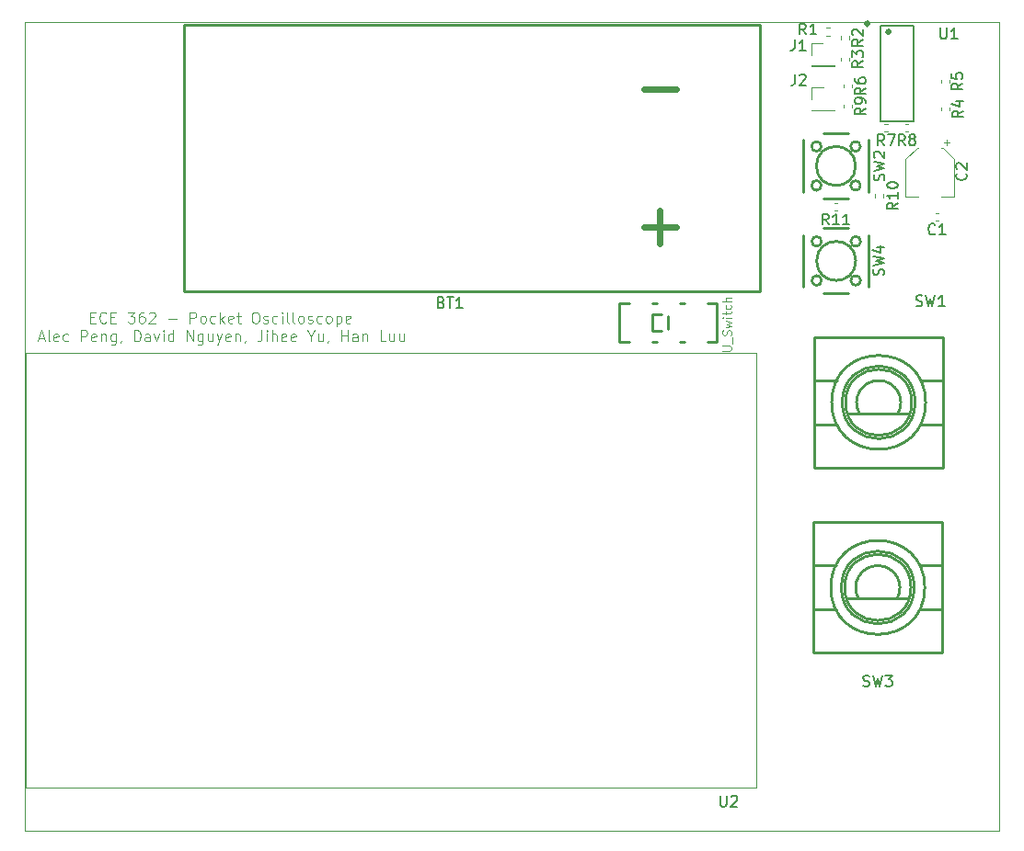
<source format=gbr>
%TF.GenerationSoftware,KiCad,Pcbnew,9.0.0*%
%TF.CreationDate,2025-11-19T14:43:49-05:00*%
%TF.ProjectId,ECE_362_final_proj,4543455f-3336-4325-9f66-696e616c5f70,rev?*%
%TF.SameCoordinates,Original*%
%TF.FileFunction,Legend,Top*%
%TF.FilePolarity,Positive*%
%FSLAX46Y46*%
G04 Gerber Fmt 4.6, Leading zero omitted, Abs format (unit mm)*
G04 Created by KiCad (PCBNEW 9.0.0) date 2025-11-19 14:43:49*
%MOMM*%
%LPD*%
G01*
G04 APERTURE LIST*
%ADD10C,0.050000*%
%ADD11C,0.100000*%
%ADD12C,0.150000*%
%ADD13C,0.254000*%
%ADD14C,0.120000*%
%ADD15C,0.600000*%
%ADD16C,0.152500*%
%ADD17C,0.300000*%
G04 APERTURE END LIST*
D10*
X-59454000Y446600D02*
X30236000Y446600D01*
X30236000Y-74007000D01*
X-59454000Y-74007000D01*
X-59454000Y446600D01*
D11*
X-53435115Y-26735609D02*
X-53101782Y-26735609D01*
X-52958925Y-27259419D02*
X-53435115Y-27259419D01*
X-53435115Y-27259419D02*
X-53435115Y-26259419D01*
X-53435115Y-26259419D02*
X-52958925Y-26259419D01*
X-51958925Y-27164180D02*
X-52006544Y-27211800D01*
X-52006544Y-27211800D02*
X-52149401Y-27259419D01*
X-52149401Y-27259419D02*
X-52244639Y-27259419D01*
X-52244639Y-27259419D02*
X-52387496Y-27211800D01*
X-52387496Y-27211800D02*
X-52482734Y-27116561D01*
X-52482734Y-27116561D02*
X-52530353Y-27021323D01*
X-52530353Y-27021323D02*
X-52577972Y-26830847D01*
X-52577972Y-26830847D02*
X-52577972Y-26687990D01*
X-52577972Y-26687990D02*
X-52530353Y-26497514D01*
X-52530353Y-26497514D02*
X-52482734Y-26402276D01*
X-52482734Y-26402276D02*
X-52387496Y-26307038D01*
X-52387496Y-26307038D02*
X-52244639Y-26259419D01*
X-52244639Y-26259419D02*
X-52149401Y-26259419D01*
X-52149401Y-26259419D02*
X-52006544Y-26307038D01*
X-52006544Y-26307038D02*
X-51958925Y-26354657D01*
X-51530353Y-26735609D02*
X-51197020Y-26735609D01*
X-51054163Y-27259419D02*
X-51530353Y-27259419D01*
X-51530353Y-27259419D02*
X-51530353Y-26259419D01*
X-51530353Y-26259419D02*
X-51054163Y-26259419D01*
X-49958924Y-26259419D02*
X-49339877Y-26259419D01*
X-49339877Y-26259419D02*
X-49673210Y-26640371D01*
X-49673210Y-26640371D02*
X-49530353Y-26640371D01*
X-49530353Y-26640371D02*
X-49435115Y-26687990D01*
X-49435115Y-26687990D02*
X-49387496Y-26735609D01*
X-49387496Y-26735609D02*
X-49339877Y-26830847D01*
X-49339877Y-26830847D02*
X-49339877Y-27068942D01*
X-49339877Y-27068942D02*
X-49387496Y-27164180D01*
X-49387496Y-27164180D02*
X-49435115Y-27211800D01*
X-49435115Y-27211800D02*
X-49530353Y-27259419D01*
X-49530353Y-27259419D02*
X-49816067Y-27259419D01*
X-49816067Y-27259419D02*
X-49911305Y-27211800D01*
X-49911305Y-27211800D02*
X-49958924Y-27164180D01*
X-48482734Y-26259419D02*
X-48673210Y-26259419D01*
X-48673210Y-26259419D02*
X-48768448Y-26307038D01*
X-48768448Y-26307038D02*
X-48816067Y-26354657D01*
X-48816067Y-26354657D02*
X-48911305Y-26497514D01*
X-48911305Y-26497514D02*
X-48958924Y-26687990D01*
X-48958924Y-26687990D02*
X-48958924Y-27068942D01*
X-48958924Y-27068942D02*
X-48911305Y-27164180D01*
X-48911305Y-27164180D02*
X-48863686Y-27211800D01*
X-48863686Y-27211800D02*
X-48768448Y-27259419D01*
X-48768448Y-27259419D02*
X-48577972Y-27259419D01*
X-48577972Y-27259419D02*
X-48482734Y-27211800D01*
X-48482734Y-27211800D02*
X-48435115Y-27164180D01*
X-48435115Y-27164180D02*
X-48387496Y-27068942D01*
X-48387496Y-27068942D02*
X-48387496Y-26830847D01*
X-48387496Y-26830847D02*
X-48435115Y-26735609D01*
X-48435115Y-26735609D02*
X-48482734Y-26687990D01*
X-48482734Y-26687990D02*
X-48577972Y-26640371D01*
X-48577972Y-26640371D02*
X-48768448Y-26640371D01*
X-48768448Y-26640371D02*
X-48863686Y-26687990D01*
X-48863686Y-26687990D02*
X-48911305Y-26735609D01*
X-48911305Y-26735609D02*
X-48958924Y-26830847D01*
X-48006543Y-26354657D02*
X-47958924Y-26307038D01*
X-47958924Y-26307038D02*
X-47863686Y-26259419D01*
X-47863686Y-26259419D02*
X-47625591Y-26259419D01*
X-47625591Y-26259419D02*
X-47530353Y-26307038D01*
X-47530353Y-26307038D02*
X-47482734Y-26354657D01*
X-47482734Y-26354657D02*
X-47435115Y-26449895D01*
X-47435115Y-26449895D02*
X-47435115Y-26545133D01*
X-47435115Y-26545133D02*
X-47482734Y-26687990D01*
X-47482734Y-26687990D02*
X-48054162Y-27259419D01*
X-48054162Y-27259419D02*
X-47435115Y-27259419D01*
X-46244638Y-26878466D02*
X-45482734Y-26878466D01*
X-44244638Y-27259419D02*
X-44244638Y-26259419D01*
X-44244638Y-26259419D02*
X-43863686Y-26259419D01*
X-43863686Y-26259419D02*
X-43768448Y-26307038D01*
X-43768448Y-26307038D02*
X-43720829Y-26354657D01*
X-43720829Y-26354657D02*
X-43673210Y-26449895D01*
X-43673210Y-26449895D02*
X-43673210Y-26592752D01*
X-43673210Y-26592752D02*
X-43720829Y-26687990D01*
X-43720829Y-26687990D02*
X-43768448Y-26735609D01*
X-43768448Y-26735609D02*
X-43863686Y-26783228D01*
X-43863686Y-26783228D02*
X-44244638Y-26783228D01*
X-43101781Y-27259419D02*
X-43197019Y-27211800D01*
X-43197019Y-27211800D02*
X-43244638Y-27164180D01*
X-43244638Y-27164180D02*
X-43292257Y-27068942D01*
X-43292257Y-27068942D02*
X-43292257Y-26783228D01*
X-43292257Y-26783228D02*
X-43244638Y-26687990D01*
X-43244638Y-26687990D02*
X-43197019Y-26640371D01*
X-43197019Y-26640371D02*
X-43101781Y-26592752D01*
X-43101781Y-26592752D02*
X-42958924Y-26592752D01*
X-42958924Y-26592752D02*
X-42863686Y-26640371D01*
X-42863686Y-26640371D02*
X-42816067Y-26687990D01*
X-42816067Y-26687990D02*
X-42768448Y-26783228D01*
X-42768448Y-26783228D02*
X-42768448Y-27068942D01*
X-42768448Y-27068942D02*
X-42816067Y-27164180D01*
X-42816067Y-27164180D02*
X-42863686Y-27211800D01*
X-42863686Y-27211800D02*
X-42958924Y-27259419D01*
X-42958924Y-27259419D02*
X-43101781Y-27259419D01*
X-41911305Y-27211800D02*
X-42006543Y-27259419D01*
X-42006543Y-27259419D02*
X-42197019Y-27259419D01*
X-42197019Y-27259419D02*
X-42292257Y-27211800D01*
X-42292257Y-27211800D02*
X-42339876Y-27164180D01*
X-42339876Y-27164180D02*
X-42387495Y-27068942D01*
X-42387495Y-27068942D02*
X-42387495Y-26783228D01*
X-42387495Y-26783228D02*
X-42339876Y-26687990D01*
X-42339876Y-26687990D02*
X-42292257Y-26640371D01*
X-42292257Y-26640371D02*
X-42197019Y-26592752D01*
X-42197019Y-26592752D02*
X-42006543Y-26592752D01*
X-42006543Y-26592752D02*
X-41911305Y-26640371D01*
X-41482733Y-27259419D02*
X-41482733Y-26259419D01*
X-41387495Y-26878466D02*
X-41101781Y-27259419D01*
X-41101781Y-26592752D02*
X-41482733Y-26973704D01*
X-40292257Y-27211800D02*
X-40387495Y-27259419D01*
X-40387495Y-27259419D02*
X-40577971Y-27259419D01*
X-40577971Y-27259419D02*
X-40673209Y-27211800D01*
X-40673209Y-27211800D02*
X-40720828Y-27116561D01*
X-40720828Y-27116561D02*
X-40720828Y-26735609D01*
X-40720828Y-26735609D02*
X-40673209Y-26640371D01*
X-40673209Y-26640371D02*
X-40577971Y-26592752D01*
X-40577971Y-26592752D02*
X-40387495Y-26592752D01*
X-40387495Y-26592752D02*
X-40292257Y-26640371D01*
X-40292257Y-26640371D02*
X-40244638Y-26735609D01*
X-40244638Y-26735609D02*
X-40244638Y-26830847D01*
X-40244638Y-26830847D02*
X-40720828Y-26926085D01*
X-39958923Y-26592752D02*
X-39577971Y-26592752D01*
X-39816066Y-26259419D02*
X-39816066Y-27116561D01*
X-39816066Y-27116561D02*
X-39768447Y-27211800D01*
X-39768447Y-27211800D02*
X-39673209Y-27259419D01*
X-39673209Y-27259419D02*
X-39577971Y-27259419D01*
X-38292256Y-26259419D02*
X-38101780Y-26259419D01*
X-38101780Y-26259419D02*
X-38006542Y-26307038D01*
X-38006542Y-26307038D02*
X-37911304Y-26402276D01*
X-37911304Y-26402276D02*
X-37863685Y-26592752D01*
X-37863685Y-26592752D02*
X-37863685Y-26926085D01*
X-37863685Y-26926085D02*
X-37911304Y-27116561D01*
X-37911304Y-27116561D02*
X-38006542Y-27211800D01*
X-38006542Y-27211800D02*
X-38101780Y-27259419D01*
X-38101780Y-27259419D02*
X-38292256Y-27259419D01*
X-38292256Y-27259419D02*
X-38387494Y-27211800D01*
X-38387494Y-27211800D02*
X-38482732Y-27116561D01*
X-38482732Y-27116561D02*
X-38530351Y-26926085D01*
X-38530351Y-26926085D02*
X-38530351Y-26592752D01*
X-38530351Y-26592752D02*
X-38482732Y-26402276D01*
X-38482732Y-26402276D02*
X-38387494Y-26307038D01*
X-38387494Y-26307038D02*
X-38292256Y-26259419D01*
X-37482732Y-27211800D02*
X-37387494Y-27259419D01*
X-37387494Y-27259419D02*
X-37197018Y-27259419D01*
X-37197018Y-27259419D02*
X-37101780Y-27211800D01*
X-37101780Y-27211800D02*
X-37054161Y-27116561D01*
X-37054161Y-27116561D02*
X-37054161Y-27068942D01*
X-37054161Y-27068942D02*
X-37101780Y-26973704D01*
X-37101780Y-26973704D02*
X-37197018Y-26926085D01*
X-37197018Y-26926085D02*
X-37339875Y-26926085D01*
X-37339875Y-26926085D02*
X-37435113Y-26878466D01*
X-37435113Y-26878466D02*
X-37482732Y-26783228D01*
X-37482732Y-26783228D02*
X-37482732Y-26735609D01*
X-37482732Y-26735609D02*
X-37435113Y-26640371D01*
X-37435113Y-26640371D02*
X-37339875Y-26592752D01*
X-37339875Y-26592752D02*
X-37197018Y-26592752D01*
X-37197018Y-26592752D02*
X-37101780Y-26640371D01*
X-36197018Y-27211800D02*
X-36292256Y-27259419D01*
X-36292256Y-27259419D02*
X-36482732Y-27259419D01*
X-36482732Y-27259419D02*
X-36577970Y-27211800D01*
X-36577970Y-27211800D02*
X-36625589Y-27164180D01*
X-36625589Y-27164180D02*
X-36673208Y-27068942D01*
X-36673208Y-27068942D02*
X-36673208Y-26783228D01*
X-36673208Y-26783228D02*
X-36625589Y-26687990D01*
X-36625589Y-26687990D02*
X-36577970Y-26640371D01*
X-36577970Y-26640371D02*
X-36482732Y-26592752D01*
X-36482732Y-26592752D02*
X-36292256Y-26592752D01*
X-36292256Y-26592752D02*
X-36197018Y-26640371D01*
X-35768446Y-27259419D02*
X-35768446Y-26592752D01*
X-35768446Y-26259419D02*
X-35816065Y-26307038D01*
X-35816065Y-26307038D02*
X-35768446Y-26354657D01*
X-35768446Y-26354657D02*
X-35720827Y-26307038D01*
X-35720827Y-26307038D02*
X-35768446Y-26259419D01*
X-35768446Y-26259419D02*
X-35768446Y-26354657D01*
X-35149399Y-27259419D02*
X-35244637Y-27211800D01*
X-35244637Y-27211800D02*
X-35292256Y-27116561D01*
X-35292256Y-27116561D02*
X-35292256Y-26259419D01*
X-34625589Y-27259419D02*
X-34720827Y-27211800D01*
X-34720827Y-27211800D02*
X-34768446Y-27116561D01*
X-34768446Y-27116561D02*
X-34768446Y-26259419D01*
X-34101779Y-27259419D02*
X-34197017Y-27211800D01*
X-34197017Y-27211800D02*
X-34244636Y-27164180D01*
X-34244636Y-27164180D02*
X-34292255Y-27068942D01*
X-34292255Y-27068942D02*
X-34292255Y-26783228D01*
X-34292255Y-26783228D02*
X-34244636Y-26687990D01*
X-34244636Y-26687990D02*
X-34197017Y-26640371D01*
X-34197017Y-26640371D02*
X-34101779Y-26592752D01*
X-34101779Y-26592752D02*
X-33958922Y-26592752D01*
X-33958922Y-26592752D02*
X-33863684Y-26640371D01*
X-33863684Y-26640371D02*
X-33816065Y-26687990D01*
X-33816065Y-26687990D02*
X-33768446Y-26783228D01*
X-33768446Y-26783228D02*
X-33768446Y-27068942D01*
X-33768446Y-27068942D02*
X-33816065Y-27164180D01*
X-33816065Y-27164180D02*
X-33863684Y-27211800D01*
X-33863684Y-27211800D02*
X-33958922Y-27259419D01*
X-33958922Y-27259419D02*
X-34101779Y-27259419D01*
X-33387493Y-27211800D02*
X-33292255Y-27259419D01*
X-33292255Y-27259419D02*
X-33101779Y-27259419D01*
X-33101779Y-27259419D02*
X-33006541Y-27211800D01*
X-33006541Y-27211800D02*
X-32958922Y-27116561D01*
X-32958922Y-27116561D02*
X-32958922Y-27068942D01*
X-32958922Y-27068942D02*
X-33006541Y-26973704D01*
X-33006541Y-26973704D02*
X-33101779Y-26926085D01*
X-33101779Y-26926085D02*
X-33244636Y-26926085D01*
X-33244636Y-26926085D02*
X-33339874Y-26878466D01*
X-33339874Y-26878466D02*
X-33387493Y-26783228D01*
X-33387493Y-26783228D02*
X-33387493Y-26735609D01*
X-33387493Y-26735609D02*
X-33339874Y-26640371D01*
X-33339874Y-26640371D02*
X-33244636Y-26592752D01*
X-33244636Y-26592752D02*
X-33101779Y-26592752D01*
X-33101779Y-26592752D02*
X-33006541Y-26640371D01*
X-32101779Y-27211800D02*
X-32197017Y-27259419D01*
X-32197017Y-27259419D02*
X-32387493Y-27259419D01*
X-32387493Y-27259419D02*
X-32482731Y-27211800D01*
X-32482731Y-27211800D02*
X-32530350Y-27164180D01*
X-32530350Y-27164180D02*
X-32577969Y-27068942D01*
X-32577969Y-27068942D02*
X-32577969Y-26783228D01*
X-32577969Y-26783228D02*
X-32530350Y-26687990D01*
X-32530350Y-26687990D02*
X-32482731Y-26640371D01*
X-32482731Y-26640371D02*
X-32387493Y-26592752D01*
X-32387493Y-26592752D02*
X-32197017Y-26592752D01*
X-32197017Y-26592752D02*
X-32101779Y-26640371D01*
X-31530350Y-27259419D02*
X-31625588Y-27211800D01*
X-31625588Y-27211800D02*
X-31673207Y-27164180D01*
X-31673207Y-27164180D02*
X-31720826Y-27068942D01*
X-31720826Y-27068942D02*
X-31720826Y-26783228D01*
X-31720826Y-26783228D02*
X-31673207Y-26687990D01*
X-31673207Y-26687990D02*
X-31625588Y-26640371D01*
X-31625588Y-26640371D02*
X-31530350Y-26592752D01*
X-31530350Y-26592752D02*
X-31387493Y-26592752D01*
X-31387493Y-26592752D02*
X-31292255Y-26640371D01*
X-31292255Y-26640371D02*
X-31244636Y-26687990D01*
X-31244636Y-26687990D02*
X-31197017Y-26783228D01*
X-31197017Y-26783228D02*
X-31197017Y-27068942D01*
X-31197017Y-27068942D02*
X-31244636Y-27164180D01*
X-31244636Y-27164180D02*
X-31292255Y-27211800D01*
X-31292255Y-27211800D02*
X-31387493Y-27259419D01*
X-31387493Y-27259419D02*
X-31530350Y-27259419D01*
X-30768445Y-26592752D02*
X-30768445Y-27592752D01*
X-30768445Y-26640371D02*
X-30673207Y-26592752D01*
X-30673207Y-26592752D02*
X-30482731Y-26592752D01*
X-30482731Y-26592752D02*
X-30387493Y-26640371D01*
X-30387493Y-26640371D02*
X-30339874Y-26687990D01*
X-30339874Y-26687990D02*
X-30292255Y-26783228D01*
X-30292255Y-26783228D02*
X-30292255Y-27068942D01*
X-30292255Y-27068942D02*
X-30339874Y-27164180D01*
X-30339874Y-27164180D02*
X-30387493Y-27211800D01*
X-30387493Y-27211800D02*
X-30482731Y-27259419D01*
X-30482731Y-27259419D02*
X-30673207Y-27259419D01*
X-30673207Y-27259419D02*
X-30768445Y-27211800D01*
X-29482731Y-27211800D02*
X-29577969Y-27259419D01*
X-29577969Y-27259419D02*
X-29768445Y-27259419D01*
X-29768445Y-27259419D02*
X-29863683Y-27211800D01*
X-29863683Y-27211800D02*
X-29911302Y-27116561D01*
X-29911302Y-27116561D02*
X-29911302Y-26735609D01*
X-29911302Y-26735609D02*
X-29863683Y-26640371D01*
X-29863683Y-26640371D02*
X-29768445Y-26592752D01*
X-29768445Y-26592752D02*
X-29577969Y-26592752D01*
X-29577969Y-26592752D02*
X-29482731Y-26640371D01*
X-29482731Y-26640371D02*
X-29435112Y-26735609D01*
X-29435112Y-26735609D02*
X-29435112Y-26830847D01*
X-29435112Y-26830847D02*
X-29911302Y-26926085D01*
X-58162734Y-28643704D02*
X-57686544Y-28643704D01*
X-58257972Y-28929419D02*
X-57924639Y-27929419D01*
X-57924639Y-27929419D02*
X-57591306Y-28929419D01*
X-57115115Y-28929419D02*
X-57210353Y-28881800D01*
X-57210353Y-28881800D02*
X-57257972Y-28786561D01*
X-57257972Y-28786561D02*
X-57257972Y-27929419D01*
X-56353210Y-28881800D02*
X-56448448Y-28929419D01*
X-56448448Y-28929419D02*
X-56638924Y-28929419D01*
X-56638924Y-28929419D02*
X-56734162Y-28881800D01*
X-56734162Y-28881800D02*
X-56781781Y-28786561D01*
X-56781781Y-28786561D02*
X-56781781Y-28405609D01*
X-56781781Y-28405609D02*
X-56734162Y-28310371D01*
X-56734162Y-28310371D02*
X-56638924Y-28262752D01*
X-56638924Y-28262752D02*
X-56448448Y-28262752D01*
X-56448448Y-28262752D02*
X-56353210Y-28310371D01*
X-56353210Y-28310371D02*
X-56305591Y-28405609D01*
X-56305591Y-28405609D02*
X-56305591Y-28500847D01*
X-56305591Y-28500847D02*
X-56781781Y-28596085D01*
X-55448448Y-28881800D02*
X-55543686Y-28929419D01*
X-55543686Y-28929419D02*
X-55734162Y-28929419D01*
X-55734162Y-28929419D02*
X-55829400Y-28881800D01*
X-55829400Y-28881800D02*
X-55877019Y-28834180D01*
X-55877019Y-28834180D02*
X-55924638Y-28738942D01*
X-55924638Y-28738942D02*
X-55924638Y-28453228D01*
X-55924638Y-28453228D02*
X-55877019Y-28357990D01*
X-55877019Y-28357990D02*
X-55829400Y-28310371D01*
X-55829400Y-28310371D02*
X-55734162Y-28262752D01*
X-55734162Y-28262752D02*
X-55543686Y-28262752D01*
X-55543686Y-28262752D02*
X-55448448Y-28310371D01*
X-54257971Y-28929419D02*
X-54257971Y-27929419D01*
X-54257971Y-27929419D02*
X-53877019Y-27929419D01*
X-53877019Y-27929419D02*
X-53781781Y-27977038D01*
X-53781781Y-27977038D02*
X-53734162Y-28024657D01*
X-53734162Y-28024657D02*
X-53686543Y-28119895D01*
X-53686543Y-28119895D02*
X-53686543Y-28262752D01*
X-53686543Y-28262752D02*
X-53734162Y-28357990D01*
X-53734162Y-28357990D02*
X-53781781Y-28405609D01*
X-53781781Y-28405609D02*
X-53877019Y-28453228D01*
X-53877019Y-28453228D02*
X-54257971Y-28453228D01*
X-52877019Y-28881800D02*
X-52972257Y-28929419D01*
X-52972257Y-28929419D02*
X-53162733Y-28929419D01*
X-53162733Y-28929419D02*
X-53257971Y-28881800D01*
X-53257971Y-28881800D02*
X-53305590Y-28786561D01*
X-53305590Y-28786561D02*
X-53305590Y-28405609D01*
X-53305590Y-28405609D02*
X-53257971Y-28310371D01*
X-53257971Y-28310371D02*
X-53162733Y-28262752D01*
X-53162733Y-28262752D02*
X-52972257Y-28262752D01*
X-52972257Y-28262752D02*
X-52877019Y-28310371D01*
X-52877019Y-28310371D02*
X-52829400Y-28405609D01*
X-52829400Y-28405609D02*
X-52829400Y-28500847D01*
X-52829400Y-28500847D02*
X-53305590Y-28596085D01*
X-52400828Y-28262752D02*
X-52400828Y-28929419D01*
X-52400828Y-28357990D02*
X-52353209Y-28310371D01*
X-52353209Y-28310371D02*
X-52257971Y-28262752D01*
X-52257971Y-28262752D02*
X-52115114Y-28262752D01*
X-52115114Y-28262752D02*
X-52019876Y-28310371D01*
X-52019876Y-28310371D02*
X-51972257Y-28405609D01*
X-51972257Y-28405609D02*
X-51972257Y-28929419D01*
X-51067495Y-28262752D02*
X-51067495Y-29072276D01*
X-51067495Y-29072276D02*
X-51115114Y-29167514D01*
X-51115114Y-29167514D02*
X-51162733Y-29215133D01*
X-51162733Y-29215133D02*
X-51257971Y-29262752D01*
X-51257971Y-29262752D02*
X-51400828Y-29262752D01*
X-51400828Y-29262752D02*
X-51496066Y-29215133D01*
X-51067495Y-28881800D02*
X-51162733Y-28929419D01*
X-51162733Y-28929419D02*
X-51353209Y-28929419D01*
X-51353209Y-28929419D02*
X-51448447Y-28881800D01*
X-51448447Y-28881800D02*
X-51496066Y-28834180D01*
X-51496066Y-28834180D02*
X-51543685Y-28738942D01*
X-51543685Y-28738942D02*
X-51543685Y-28453228D01*
X-51543685Y-28453228D02*
X-51496066Y-28357990D01*
X-51496066Y-28357990D02*
X-51448447Y-28310371D01*
X-51448447Y-28310371D02*
X-51353209Y-28262752D01*
X-51353209Y-28262752D02*
X-51162733Y-28262752D01*
X-51162733Y-28262752D02*
X-51067495Y-28310371D01*
X-50543685Y-28881800D02*
X-50543685Y-28929419D01*
X-50543685Y-28929419D02*
X-50591304Y-29024657D01*
X-50591304Y-29024657D02*
X-50638923Y-29072276D01*
X-49353209Y-28929419D02*
X-49353209Y-27929419D01*
X-49353209Y-27929419D02*
X-49115114Y-27929419D01*
X-49115114Y-27929419D02*
X-48972257Y-27977038D01*
X-48972257Y-27977038D02*
X-48877019Y-28072276D01*
X-48877019Y-28072276D02*
X-48829400Y-28167514D01*
X-48829400Y-28167514D02*
X-48781781Y-28357990D01*
X-48781781Y-28357990D02*
X-48781781Y-28500847D01*
X-48781781Y-28500847D02*
X-48829400Y-28691323D01*
X-48829400Y-28691323D02*
X-48877019Y-28786561D01*
X-48877019Y-28786561D02*
X-48972257Y-28881800D01*
X-48972257Y-28881800D02*
X-49115114Y-28929419D01*
X-49115114Y-28929419D02*
X-49353209Y-28929419D01*
X-47924638Y-28929419D02*
X-47924638Y-28405609D01*
X-47924638Y-28405609D02*
X-47972257Y-28310371D01*
X-47972257Y-28310371D02*
X-48067495Y-28262752D01*
X-48067495Y-28262752D02*
X-48257971Y-28262752D01*
X-48257971Y-28262752D02*
X-48353209Y-28310371D01*
X-47924638Y-28881800D02*
X-48019876Y-28929419D01*
X-48019876Y-28929419D02*
X-48257971Y-28929419D01*
X-48257971Y-28929419D02*
X-48353209Y-28881800D01*
X-48353209Y-28881800D02*
X-48400828Y-28786561D01*
X-48400828Y-28786561D02*
X-48400828Y-28691323D01*
X-48400828Y-28691323D02*
X-48353209Y-28596085D01*
X-48353209Y-28596085D02*
X-48257971Y-28548466D01*
X-48257971Y-28548466D02*
X-48019876Y-28548466D01*
X-48019876Y-28548466D02*
X-47924638Y-28500847D01*
X-47543685Y-28262752D02*
X-47305590Y-28929419D01*
X-47305590Y-28929419D02*
X-47067495Y-28262752D01*
X-46686542Y-28929419D02*
X-46686542Y-28262752D01*
X-46686542Y-27929419D02*
X-46734161Y-27977038D01*
X-46734161Y-27977038D02*
X-46686542Y-28024657D01*
X-46686542Y-28024657D02*
X-46638923Y-27977038D01*
X-46638923Y-27977038D02*
X-46686542Y-27929419D01*
X-46686542Y-27929419D02*
X-46686542Y-28024657D01*
X-45781781Y-28929419D02*
X-45781781Y-27929419D01*
X-45781781Y-28881800D02*
X-45877019Y-28929419D01*
X-45877019Y-28929419D02*
X-46067495Y-28929419D01*
X-46067495Y-28929419D02*
X-46162733Y-28881800D01*
X-46162733Y-28881800D02*
X-46210352Y-28834180D01*
X-46210352Y-28834180D02*
X-46257971Y-28738942D01*
X-46257971Y-28738942D02*
X-46257971Y-28453228D01*
X-46257971Y-28453228D02*
X-46210352Y-28357990D01*
X-46210352Y-28357990D02*
X-46162733Y-28310371D01*
X-46162733Y-28310371D02*
X-46067495Y-28262752D01*
X-46067495Y-28262752D02*
X-45877019Y-28262752D01*
X-45877019Y-28262752D02*
X-45781781Y-28310371D01*
X-44543685Y-28929419D02*
X-44543685Y-27929419D01*
X-44543685Y-27929419D02*
X-43972257Y-28929419D01*
X-43972257Y-28929419D02*
X-43972257Y-27929419D01*
X-43067495Y-28262752D02*
X-43067495Y-29072276D01*
X-43067495Y-29072276D02*
X-43115114Y-29167514D01*
X-43115114Y-29167514D02*
X-43162733Y-29215133D01*
X-43162733Y-29215133D02*
X-43257971Y-29262752D01*
X-43257971Y-29262752D02*
X-43400828Y-29262752D01*
X-43400828Y-29262752D02*
X-43496066Y-29215133D01*
X-43067495Y-28881800D02*
X-43162733Y-28929419D01*
X-43162733Y-28929419D02*
X-43353209Y-28929419D01*
X-43353209Y-28929419D02*
X-43448447Y-28881800D01*
X-43448447Y-28881800D02*
X-43496066Y-28834180D01*
X-43496066Y-28834180D02*
X-43543685Y-28738942D01*
X-43543685Y-28738942D02*
X-43543685Y-28453228D01*
X-43543685Y-28453228D02*
X-43496066Y-28357990D01*
X-43496066Y-28357990D02*
X-43448447Y-28310371D01*
X-43448447Y-28310371D02*
X-43353209Y-28262752D01*
X-43353209Y-28262752D02*
X-43162733Y-28262752D01*
X-43162733Y-28262752D02*
X-43067495Y-28310371D01*
X-42162733Y-28262752D02*
X-42162733Y-28929419D01*
X-42591304Y-28262752D02*
X-42591304Y-28786561D01*
X-42591304Y-28786561D02*
X-42543685Y-28881800D01*
X-42543685Y-28881800D02*
X-42448447Y-28929419D01*
X-42448447Y-28929419D02*
X-42305590Y-28929419D01*
X-42305590Y-28929419D02*
X-42210352Y-28881800D01*
X-42210352Y-28881800D02*
X-42162733Y-28834180D01*
X-41781780Y-28262752D02*
X-41543685Y-28929419D01*
X-41305590Y-28262752D02*
X-41543685Y-28929419D01*
X-41543685Y-28929419D02*
X-41638923Y-29167514D01*
X-41638923Y-29167514D02*
X-41686542Y-29215133D01*
X-41686542Y-29215133D02*
X-41781780Y-29262752D01*
X-40543685Y-28881800D02*
X-40638923Y-28929419D01*
X-40638923Y-28929419D02*
X-40829399Y-28929419D01*
X-40829399Y-28929419D02*
X-40924637Y-28881800D01*
X-40924637Y-28881800D02*
X-40972256Y-28786561D01*
X-40972256Y-28786561D02*
X-40972256Y-28405609D01*
X-40972256Y-28405609D02*
X-40924637Y-28310371D01*
X-40924637Y-28310371D02*
X-40829399Y-28262752D01*
X-40829399Y-28262752D02*
X-40638923Y-28262752D01*
X-40638923Y-28262752D02*
X-40543685Y-28310371D01*
X-40543685Y-28310371D02*
X-40496066Y-28405609D01*
X-40496066Y-28405609D02*
X-40496066Y-28500847D01*
X-40496066Y-28500847D02*
X-40972256Y-28596085D01*
X-40067494Y-28262752D02*
X-40067494Y-28929419D01*
X-40067494Y-28357990D02*
X-40019875Y-28310371D01*
X-40019875Y-28310371D02*
X-39924637Y-28262752D01*
X-39924637Y-28262752D02*
X-39781780Y-28262752D01*
X-39781780Y-28262752D02*
X-39686542Y-28310371D01*
X-39686542Y-28310371D02*
X-39638923Y-28405609D01*
X-39638923Y-28405609D02*
X-39638923Y-28929419D01*
X-39115113Y-28881800D02*
X-39115113Y-28929419D01*
X-39115113Y-28929419D02*
X-39162732Y-29024657D01*
X-39162732Y-29024657D02*
X-39210351Y-29072276D01*
X-37638923Y-27929419D02*
X-37638923Y-28643704D01*
X-37638923Y-28643704D02*
X-37686542Y-28786561D01*
X-37686542Y-28786561D02*
X-37781780Y-28881800D01*
X-37781780Y-28881800D02*
X-37924637Y-28929419D01*
X-37924637Y-28929419D02*
X-38019875Y-28929419D01*
X-37162732Y-28929419D02*
X-37162732Y-28262752D01*
X-37162732Y-27929419D02*
X-37210351Y-27977038D01*
X-37210351Y-27977038D02*
X-37162732Y-28024657D01*
X-37162732Y-28024657D02*
X-37115113Y-27977038D01*
X-37115113Y-27977038D02*
X-37162732Y-27929419D01*
X-37162732Y-27929419D02*
X-37162732Y-28024657D01*
X-36686542Y-28929419D02*
X-36686542Y-27929419D01*
X-36257971Y-28929419D02*
X-36257971Y-28405609D01*
X-36257971Y-28405609D02*
X-36305590Y-28310371D01*
X-36305590Y-28310371D02*
X-36400828Y-28262752D01*
X-36400828Y-28262752D02*
X-36543685Y-28262752D01*
X-36543685Y-28262752D02*
X-36638923Y-28310371D01*
X-36638923Y-28310371D02*
X-36686542Y-28357990D01*
X-35400828Y-28881800D02*
X-35496066Y-28929419D01*
X-35496066Y-28929419D02*
X-35686542Y-28929419D01*
X-35686542Y-28929419D02*
X-35781780Y-28881800D01*
X-35781780Y-28881800D02*
X-35829399Y-28786561D01*
X-35829399Y-28786561D02*
X-35829399Y-28405609D01*
X-35829399Y-28405609D02*
X-35781780Y-28310371D01*
X-35781780Y-28310371D02*
X-35686542Y-28262752D01*
X-35686542Y-28262752D02*
X-35496066Y-28262752D01*
X-35496066Y-28262752D02*
X-35400828Y-28310371D01*
X-35400828Y-28310371D02*
X-35353209Y-28405609D01*
X-35353209Y-28405609D02*
X-35353209Y-28500847D01*
X-35353209Y-28500847D02*
X-35829399Y-28596085D01*
X-34543685Y-28881800D02*
X-34638923Y-28929419D01*
X-34638923Y-28929419D02*
X-34829399Y-28929419D01*
X-34829399Y-28929419D02*
X-34924637Y-28881800D01*
X-34924637Y-28881800D02*
X-34972256Y-28786561D01*
X-34972256Y-28786561D02*
X-34972256Y-28405609D01*
X-34972256Y-28405609D02*
X-34924637Y-28310371D01*
X-34924637Y-28310371D02*
X-34829399Y-28262752D01*
X-34829399Y-28262752D02*
X-34638923Y-28262752D01*
X-34638923Y-28262752D02*
X-34543685Y-28310371D01*
X-34543685Y-28310371D02*
X-34496066Y-28405609D01*
X-34496066Y-28405609D02*
X-34496066Y-28500847D01*
X-34496066Y-28500847D02*
X-34972256Y-28596085D01*
X-33115113Y-28453228D02*
X-33115113Y-28929419D01*
X-33448446Y-27929419D02*
X-33115113Y-28453228D01*
X-33115113Y-28453228D02*
X-32781780Y-27929419D01*
X-32019875Y-28262752D02*
X-32019875Y-28929419D01*
X-32448446Y-28262752D02*
X-32448446Y-28786561D01*
X-32448446Y-28786561D02*
X-32400827Y-28881800D01*
X-32400827Y-28881800D02*
X-32305589Y-28929419D01*
X-32305589Y-28929419D02*
X-32162732Y-28929419D01*
X-32162732Y-28929419D02*
X-32067494Y-28881800D01*
X-32067494Y-28881800D02*
X-32019875Y-28834180D01*
X-31496065Y-28881800D02*
X-31496065Y-28929419D01*
X-31496065Y-28929419D02*
X-31543684Y-29024657D01*
X-31543684Y-29024657D02*
X-31591303Y-29072276D01*
X-30305589Y-28929419D02*
X-30305589Y-27929419D01*
X-30305589Y-28405609D02*
X-29734161Y-28405609D01*
X-29734161Y-28929419D02*
X-29734161Y-27929419D01*
X-28829399Y-28929419D02*
X-28829399Y-28405609D01*
X-28829399Y-28405609D02*
X-28877018Y-28310371D01*
X-28877018Y-28310371D02*
X-28972256Y-28262752D01*
X-28972256Y-28262752D02*
X-29162732Y-28262752D01*
X-29162732Y-28262752D02*
X-29257970Y-28310371D01*
X-28829399Y-28881800D02*
X-28924637Y-28929419D01*
X-28924637Y-28929419D02*
X-29162732Y-28929419D01*
X-29162732Y-28929419D02*
X-29257970Y-28881800D01*
X-29257970Y-28881800D02*
X-29305589Y-28786561D01*
X-29305589Y-28786561D02*
X-29305589Y-28691323D01*
X-29305589Y-28691323D02*
X-29257970Y-28596085D01*
X-29257970Y-28596085D02*
X-29162732Y-28548466D01*
X-29162732Y-28548466D02*
X-28924637Y-28548466D01*
X-28924637Y-28548466D02*
X-28829399Y-28500847D01*
X-28353208Y-28262752D02*
X-28353208Y-28929419D01*
X-28353208Y-28357990D02*
X-28305589Y-28310371D01*
X-28305589Y-28310371D02*
X-28210351Y-28262752D01*
X-28210351Y-28262752D02*
X-28067494Y-28262752D01*
X-28067494Y-28262752D02*
X-27972256Y-28310371D01*
X-27972256Y-28310371D02*
X-27924637Y-28405609D01*
X-27924637Y-28405609D02*
X-27924637Y-28929419D01*
X-26210351Y-28929419D02*
X-26686541Y-28929419D01*
X-26686541Y-28929419D02*
X-26686541Y-27929419D01*
X-25448446Y-28262752D02*
X-25448446Y-28929419D01*
X-25877017Y-28262752D02*
X-25877017Y-28786561D01*
X-25877017Y-28786561D02*
X-25829398Y-28881800D01*
X-25829398Y-28881800D02*
X-25734160Y-28929419D01*
X-25734160Y-28929419D02*
X-25591303Y-28929419D01*
X-25591303Y-28929419D02*
X-25496065Y-28881800D01*
X-25496065Y-28881800D02*
X-25448446Y-28834180D01*
X-24543684Y-28262752D02*
X-24543684Y-28929419D01*
X-24972255Y-28262752D02*
X-24972255Y-28786561D01*
X-24972255Y-28786561D02*
X-24924636Y-28881800D01*
X-24924636Y-28881800D02*
X-24829398Y-28929419D01*
X-24829398Y-28929419D02*
X-24686541Y-28929419D01*
X-24686541Y-28929419D02*
X-24591303Y-28881800D01*
X-24591303Y-28881800D02*
X-24543684Y-28834180D01*
D12*
X17707701Y-60679633D02*
X17850558Y-60727252D01*
X17850558Y-60727252D02*
X18088653Y-60727252D01*
X18088653Y-60727252D02*
X18183891Y-60679633D01*
X18183891Y-60679633D02*
X18231510Y-60632013D01*
X18231510Y-60632013D02*
X18279129Y-60536775D01*
X18279129Y-60536775D02*
X18279129Y-60441537D01*
X18279129Y-60441537D02*
X18231510Y-60346299D01*
X18231510Y-60346299D02*
X18183891Y-60298680D01*
X18183891Y-60298680D02*
X18088653Y-60251061D01*
X18088653Y-60251061D02*
X17898177Y-60203442D01*
X17898177Y-60203442D02*
X17802939Y-60155823D01*
X17802939Y-60155823D02*
X17755320Y-60108204D01*
X17755320Y-60108204D02*
X17707701Y-60012966D01*
X17707701Y-60012966D02*
X17707701Y-59917728D01*
X17707701Y-59917728D02*
X17755320Y-59822490D01*
X17755320Y-59822490D02*
X17802939Y-59774871D01*
X17802939Y-59774871D02*
X17898177Y-59727252D01*
X17898177Y-59727252D02*
X18136272Y-59727252D01*
X18136272Y-59727252D02*
X18279129Y-59774871D01*
X18612463Y-59727252D02*
X18850558Y-60727252D01*
X18850558Y-60727252D02*
X19041034Y-60012966D01*
X19041034Y-60012966D02*
X19231510Y-60727252D01*
X19231510Y-60727252D02*
X19469606Y-59727252D01*
X19755320Y-59727252D02*
X20374367Y-59727252D01*
X20374367Y-59727252D02*
X20041034Y-60108204D01*
X20041034Y-60108204D02*
X20183891Y-60108204D01*
X20183891Y-60108204D02*
X20279129Y-60155823D01*
X20279129Y-60155823D02*
X20326748Y-60203442D01*
X20326748Y-60203442D02*
X20374367Y-60298680D01*
X20374367Y-60298680D02*
X20374367Y-60536775D01*
X20374367Y-60536775D02*
X20326748Y-60632013D01*
X20326748Y-60632013D02*
X20279129Y-60679633D01*
X20279129Y-60679633D02*
X20183891Y-60727252D01*
X20183891Y-60727252D02*
X19898177Y-60727252D01*
X19898177Y-60727252D02*
X19802939Y-60679633D01*
X19802939Y-60679633D02*
X19755320Y-60632013D01*
X17700819Y-1132041D02*
X17224628Y-1465374D01*
X17700819Y-1703469D02*
X16700819Y-1703469D01*
X16700819Y-1703469D02*
X16700819Y-1322517D01*
X16700819Y-1322517D02*
X16748438Y-1227279D01*
X16748438Y-1227279D02*
X16796057Y-1179660D01*
X16796057Y-1179660D02*
X16891295Y-1132041D01*
X16891295Y-1132041D02*
X17034152Y-1132041D01*
X17034152Y-1132041D02*
X17129390Y-1179660D01*
X17129390Y-1179660D02*
X17177009Y-1227279D01*
X17177009Y-1227279D02*
X17224628Y-1322517D01*
X17224628Y-1322517D02*
X17224628Y-1703469D01*
X16796057Y-751088D02*
X16748438Y-703469D01*
X16748438Y-703469D02*
X16700819Y-608231D01*
X16700819Y-608231D02*
X16700819Y-370136D01*
X16700819Y-370136D02*
X16748438Y-274898D01*
X16748438Y-274898D02*
X16796057Y-227279D01*
X16796057Y-227279D02*
X16891295Y-179660D01*
X16891295Y-179660D02*
X16986533Y-179660D01*
X16986533Y-179660D02*
X17129390Y-227279D01*
X17129390Y-227279D02*
X17700819Y-798707D01*
X17700819Y-798707D02*
X17700819Y-179660D01*
X22562667Y-25664200D02*
X22705524Y-25711819D01*
X22705524Y-25711819D02*
X22943619Y-25711819D01*
X22943619Y-25711819D02*
X23038857Y-25664200D01*
X23038857Y-25664200D02*
X23086476Y-25616580D01*
X23086476Y-25616580D02*
X23134095Y-25521342D01*
X23134095Y-25521342D02*
X23134095Y-25426104D01*
X23134095Y-25426104D02*
X23086476Y-25330866D01*
X23086476Y-25330866D02*
X23038857Y-25283247D01*
X23038857Y-25283247D02*
X22943619Y-25235628D01*
X22943619Y-25235628D02*
X22753143Y-25188009D01*
X22753143Y-25188009D02*
X22657905Y-25140390D01*
X22657905Y-25140390D02*
X22610286Y-25092771D01*
X22610286Y-25092771D02*
X22562667Y-24997533D01*
X22562667Y-24997533D02*
X22562667Y-24902295D01*
X22562667Y-24902295D02*
X22610286Y-24807057D01*
X22610286Y-24807057D02*
X22657905Y-24759438D01*
X22657905Y-24759438D02*
X22753143Y-24711819D01*
X22753143Y-24711819D02*
X22991238Y-24711819D01*
X22991238Y-24711819D02*
X23134095Y-24759438D01*
X23467429Y-24711819D02*
X23705524Y-25711819D01*
X23705524Y-25711819D02*
X23896000Y-24997533D01*
X23896000Y-24997533D02*
X24086476Y-25711819D01*
X24086476Y-25711819D02*
X24324572Y-24711819D01*
X25229333Y-25711819D02*
X24657905Y-25711819D01*
X24943619Y-25711819D02*
X24943619Y-24711819D01*
X24943619Y-24711819D02*
X24848381Y-24854676D01*
X24848381Y-24854676D02*
X24753143Y-24949914D01*
X24753143Y-24949914D02*
X24657905Y-24997533D01*
X20900819Y-16179857D02*
X20424628Y-16513190D01*
X20900819Y-16751285D02*
X19900819Y-16751285D01*
X19900819Y-16751285D02*
X19900819Y-16370333D01*
X19900819Y-16370333D02*
X19948438Y-16275095D01*
X19948438Y-16275095D02*
X19996057Y-16227476D01*
X19996057Y-16227476D02*
X20091295Y-16179857D01*
X20091295Y-16179857D02*
X20234152Y-16179857D01*
X20234152Y-16179857D02*
X20329390Y-16227476D01*
X20329390Y-16227476D02*
X20377009Y-16275095D01*
X20377009Y-16275095D02*
X20424628Y-16370333D01*
X20424628Y-16370333D02*
X20424628Y-16751285D01*
X20900819Y-15227476D02*
X20900819Y-15798904D01*
X20900819Y-15513190D02*
X19900819Y-15513190D01*
X19900819Y-15513190D02*
X20043676Y-15608428D01*
X20043676Y-15608428D02*
X20138914Y-15703666D01*
X20138914Y-15703666D02*
X20186533Y-15798904D01*
X19900819Y-14608428D02*
X19900819Y-14513190D01*
X19900819Y-14513190D02*
X19948438Y-14417952D01*
X19948438Y-14417952D02*
X19996057Y-14370333D01*
X19996057Y-14370333D02*
X20091295Y-14322714D01*
X20091295Y-14322714D02*
X20281771Y-14275095D01*
X20281771Y-14275095D02*
X20519866Y-14275095D01*
X20519866Y-14275095D02*
X20710342Y-14322714D01*
X20710342Y-14322714D02*
X20805580Y-14370333D01*
X20805580Y-14370333D02*
X20853200Y-14417952D01*
X20853200Y-14417952D02*
X20900819Y-14513190D01*
X20900819Y-14513190D02*
X20900819Y-14608428D01*
X20900819Y-14608428D02*
X20853200Y-14703666D01*
X20853200Y-14703666D02*
X20805580Y-14751285D01*
X20805580Y-14751285D02*
X20710342Y-14798904D01*
X20710342Y-14798904D02*
X20519866Y-14846523D01*
X20519866Y-14846523D02*
X20281771Y-14846523D01*
X20281771Y-14846523D02*
X20091295Y-14798904D01*
X20091295Y-14798904D02*
X19996057Y-14751285D01*
X19996057Y-14751285D02*
X19948438Y-14703666D01*
X19948438Y-14703666D02*
X19900819Y-14608428D01*
X19649333Y-10891819D02*
X19316000Y-10415628D01*
X19077905Y-10891819D02*
X19077905Y-9891819D01*
X19077905Y-9891819D02*
X19458857Y-9891819D01*
X19458857Y-9891819D02*
X19554095Y-9939438D01*
X19554095Y-9939438D02*
X19601714Y-9987057D01*
X19601714Y-9987057D02*
X19649333Y-10082295D01*
X19649333Y-10082295D02*
X19649333Y-10225152D01*
X19649333Y-10225152D02*
X19601714Y-10320390D01*
X19601714Y-10320390D02*
X19554095Y-10368009D01*
X19554095Y-10368009D02*
X19458857Y-10415628D01*
X19458857Y-10415628D02*
X19077905Y-10415628D01*
X19982667Y-9891819D02*
X20649333Y-9891819D01*
X20649333Y-9891819D02*
X20220762Y-10891819D01*
X19633200Y-14120332D02*
X19680819Y-13977475D01*
X19680819Y-13977475D02*
X19680819Y-13739380D01*
X19680819Y-13739380D02*
X19633200Y-13644142D01*
X19633200Y-13644142D02*
X19585580Y-13596523D01*
X19585580Y-13596523D02*
X19490342Y-13548904D01*
X19490342Y-13548904D02*
X19395104Y-13548904D01*
X19395104Y-13548904D02*
X19299866Y-13596523D01*
X19299866Y-13596523D02*
X19252247Y-13644142D01*
X19252247Y-13644142D02*
X19204628Y-13739380D01*
X19204628Y-13739380D02*
X19157009Y-13929856D01*
X19157009Y-13929856D02*
X19109390Y-14025094D01*
X19109390Y-14025094D02*
X19061771Y-14072713D01*
X19061771Y-14072713D02*
X18966533Y-14120332D01*
X18966533Y-14120332D02*
X18871295Y-14120332D01*
X18871295Y-14120332D02*
X18776057Y-14072713D01*
X18776057Y-14072713D02*
X18728438Y-14025094D01*
X18728438Y-14025094D02*
X18680819Y-13929856D01*
X18680819Y-13929856D02*
X18680819Y-13691761D01*
X18680819Y-13691761D02*
X18728438Y-13548904D01*
X18680819Y-13215570D02*
X19680819Y-12977475D01*
X19680819Y-12977475D02*
X18966533Y-12786999D01*
X18966533Y-12786999D02*
X19680819Y-12596523D01*
X19680819Y-12596523D02*
X18680819Y-12358428D01*
X18776057Y-12025094D02*
X18728438Y-11977475D01*
X18728438Y-11977475D02*
X18680819Y-11882237D01*
X18680819Y-11882237D02*
X18680819Y-11644142D01*
X18680819Y-11644142D02*
X18728438Y-11548904D01*
X18728438Y-11548904D02*
X18776057Y-11501285D01*
X18776057Y-11501285D02*
X18871295Y-11453666D01*
X18871295Y-11453666D02*
X18966533Y-11453666D01*
X18966533Y-11453666D02*
X19109390Y-11501285D01*
X19109390Y-11501285D02*
X19680819Y-12072713D01*
X19680819Y-12072713D02*
X19680819Y-11453666D01*
X-21109714Y-25348009D02*
X-20966857Y-25395628D01*
X-20966857Y-25395628D02*
X-20919238Y-25443247D01*
X-20919238Y-25443247D02*
X-20871619Y-25538485D01*
X-20871619Y-25538485D02*
X-20871619Y-25681342D01*
X-20871619Y-25681342D02*
X-20919238Y-25776580D01*
X-20919238Y-25776580D02*
X-20966857Y-25824200D01*
X-20966857Y-25824200D02*
X-21062095Y-25871819D01*
X-21062095Y-25871819D02*
X-21443047Y-25871819D01*
X-21443047Y-25871819D02*
X-21443047Y-24871819D01*
X-21443047Y-24871819D02*
X-21109714Y-24871819D01*
X-21109714Y-24871819D02*
X-21014476Y-24919438D01*
X-21014476Y-24919438D02*
X-20966857Y-24967057D01*
X-20966857Y-24967057D02*
X-20919238Y-25062295D01*
X-20919238Y-25062295D02*
X-20919238Y-25157533D01*
X-20919238Y-25157533D02*
X-20966857Y-25252771D01*
X-20966857Y-25252771D02*
X-21014476Y-25300390D01*
X-21014476Y-25300390D02*
X-21109714Y-25348009D01*
X-21109714Y-25348009D02*
X-21443047Y-25348009D01*
X-20585904Y-24871819D02*
X-20014476Y-24871819D01*
X-20300190Y-25871819D02*
X-20300190Y-24871819D01*
X-19157333Y-25871819D02*
X-19728761Y-25871819D01*
X-19443047Y-25871819D02*
X-19443047Y-24871819D01*
X-19443047Y-24871819D02*
X-19538285Y-25014676D01*
X-19538285Y-25014676D02*
X-19633523Y-25109914D01*
X-19633523Y-25109914D02*
X-19728761Y-25157533D01*
X24329333Y-19016580D02*
X24281714Y-19064200D01*
X24281714Y-19064200D02*
X24138857Y-19111819D01*
X24138857Y-19111819D02*
X24043619Y-19111819D01*
X24043619Y-19111819D02*
X23900762Y-19064200D01*
X23900762Y-19064200D02*
X23805524Y-18968961D01*
X23805524Y-18968961D02*
X23757905Y-18873723D01*
X23757905Y-18873723D02*
X23710286Y-18683247D01*
X23710286Y-18683247D02*
X23710286Y-18540390D01*
X23710286Y-18540390D02*
X23757905Y-18349914D01*
X23757905Y-18349914D02*
X23805524Y-18254676D01*
X23805524Y-18254676D02*
X23900762Y-18159438D01*
X23900762Y-18159438D02*
X24043619Y-18111819D01*
X24043619Y-18111819D02*
X24138857Y-18111819D01*
X24138857Y-18111819D02*
X24281714Y-18159438D01*
X24281714Y-18159438D02*
X24329333Y-18207057D01*
X25281714Y-19111819D02*
X24710286Y-19111819D01*
X24996000Y-19111819D02*
X24996000Y-18111819D01*
X24996000Y-18111819D02*
X24900762Y-18254676D01*
X24900762Y-18254676D02*
X24805524Y-18349914D01*
X24805524Y-18349914D02*
X24710286Y-18397533D01*
X26850819Y-5163666D02*
X26374628Y-5496999D01*
X26850819Y-5735094D02*
X25850819Y-5735094D01*
X25850819Y-5735094D02*
X25850819Y-5354142D01*
X25850819Y-5354142D02*
X25898438Y-5258904D01*
X25898438Y-5258904D02*
X25946057Y-5211285D01*
X25946057Y-5211285D02*
X26041295Y-5163666D01*
X26041295Y-5163666D02*
X26184152Y-5163666D01*
X26184152Y-5163666D02*
X26279390Y-5211285D01*
X26279390Y-5211285D02*
X26327009Y-5258904D01*
X26327009Y-5258904D02*
X26374628Y-5354142D01*
X26374628Y-5354142D02*
X26374628Y-5735094D01*
X25850819Y-4258904D02*
X25850819Y-4735094D01*
X25850819Y-4735094D02*
X26327009Y-4782713D01*
X26327009Y-4782713D02*
X26279390Y-4735094D01*
X26279390Y-4735094D02*
X26231771Y-4639856D01*
X26231771Y-4639856D02*
X26231771Y-4401761D01*
X26231771Y-4401761D02*
X26279390Y-4306523D01*
X26279390Y-4306523D02*
X26327009Y-4258904D01*
X26327009Y-4258904D02*
X26422247Y-4211285D01*
X26422247Y-4211285D02*
X26660342Y-4211285D01*
X26660342Y-4211285D02*
X26755580Y-4258904D01*
X26755580Y-4258904D02*
X26803200Y-4306523D01*
X26803200Y-4306523D02*
X26850819Y-4401761D01*
X26850819Y-4401761D02*
X26850819Y-4639856D01*
X26850819Y-4639856D02*
X26803200Y-4735094D01*
X26803200Y-4735094D02*
X26755580Y-4782713D01*
X14533142Y-18191819D02*
X14199809Y-17715628D01*
X13961714Y-18191819D02*
X13961714Y-17191819D01*
X13961714Y-17191819D02*
X14342666Y-17191819D01*
X14342666Y-17191819D02*
X14437904Y-17239438D01*
X14437904Y-17239438D02*
X14485523Y-17287057D01*
X14485523Y-17287057D02*
X14533142Y-17382295D01*
X14533142Y-17382295D02*
X14533142Y-17525152D01*
X14533142Y-17525152D02*
X14485523Y-17620390D01*
X14485523Y-17620390D02*
X14437904Y-17668009D01*
X14437904Y-17668009D02*
X14342666Y-17715628D01*
X14342666Y-17715628D02*
X13961714Y-17715628D01*
X15485523Y-18191819D02*
X14914095Y-18191819D01*
X15199809Y-18191819D02*
X15199809Y-17191819D01*
X15199809Y-17191819D02*
X15104571Y-17334676D01*
X15104571Y-17334676D02*
X15009333Y-17429914D01*
X15009333Y-17429914D02*
X14914095Y-17477533D01*
X16437904Y-18191819D02*
X15866476Y-18191819D01*
X16152190Y-18191819D02*
X16152190Y-17191819D01*
X16152190Y-17191819D02*
X16056952Y-17334676D01*
X16056952Y-17334676D02*
X15961714Y-17429914D01*
X15961714Y-17429914D02*
X15866476Y-17477533D01*
X17930819Y-5593666D02*
X17454628Y-5926999D01*
X17930819Y-6165094D02*
X16930819Y-6165094D01*
X16930819Y-6165094D02*
X16930819Y-5784142D01*
X16930819Y-5784142D02*
X16978438Y-5688904D01*
X16978438Y-5688904D02*
X17026057Y-5641285D01*
X17026057Y-5641285D02*
X17121295Y-5593666D01*
X17121295Y-5593666D02*
X17264152Y-5593666D01*
X17264152Y-5593666D02*
X17359390Y-5641285D01*
X17359390Y-5641285D02*
X17407009Y-5688904D01*
X17407009Y-5688904D02*
X17454628Y-5784142D01*
X17454628Y-5784142D02*
X17454628Y-6165094D01*
X16930819Y-4736523D02*
X16930819Y-4926999D01*
X16930819Y-4926999D02*
X16978438Y-5022237D01*
X16978438Y-5022237D02*
X17026057Y-5069856D01*
X17026057Y-5069856D02*
X17168914Y-5165094D01*
X17168914Y-5165094D02*
X17359390Y-5212713D01*
X17359390Y-5212713D02*
X17740342Y-5212713D01*
X17740342Y-5212713D02*
X17835580Y-5165094D01*
X17835580Y-5165094D02*
X17883200Y-5117475D01*
X17883200Y-5117475D02*
X17930819Y-5022237D01*
X17930819Y-5022237D02*
X17930819Y-4831761D01*
X17930819Y-4831761D02*
X17883200Y-4736523D01*
X17883200Y-4736523D02*
X17835580Y-4688904D01*
X17835580Y-4688904D02*
X17740342Y-4641285D01*
X17740342Y-4641285D02*
X17502247Y-4641285D01*
X17502247Y-4641285D02*
X17407009Y-4688904D01*
X17407009Y-4688904D02*
X17359390Y-4736523D01*
X17359390Y-4736523D02*
X17311771Y-4831761D01*
X17311771Y-4831761D02*
X17311771Y-5022237D01*
X17311771Y-5022237D02*
X17359390Y-5117475D01*
X17359390Y-5117475D02*
X17407009Y-5165094D01*
X17407009Y-5165094D02*
X17502247Y-5212713D01*
X12449333Y-661819D02*
X12116000Y-185628D01*
X11877905Y-661819D02*
X11877905Y338180D01*
X11877905Y338180D02*
X12258857Y338180D01*
X12258857Y338180D02*
X12354095Y290561D01*
X12354095Y290561D02*
X12401714Y242942D01*
X12401714Y242942D02*
X12449333Y147704D01*
X12449333Y147704D02*
X12449333Y4847D01*
X12449333Y4847D02*
X12401714Y-90390D01*
X12401714Y-90390D02*
X12354095Y-138009D01*
X12354095Y-138009D02*
X12258857Y-185628D01*
X12258857Y-185628D02*
X11877905Y-185628D01*
X13401714Y-661819D02*
X12830286Y-661819D01*
X13116000Y-661819D02*
X13116000Y338180D01*
X13116000Y338180D02*
X13020762Y195323D01*
X13020762Y195323D02*
X12925524Y100085D01*
X12925524Y100085D02*
X12830286Y52466D01*
X11422666Y-1151819D02*
X11422666Y-1866104D01*
X11422666Y-1866104D02*
X11375047Y-2008961D01*
X11375047Y-2008961D02*
X11279809Y-2104200D01*
X11279809Y-2104200D02*
X11136952Y-2151819D01*
X11136952Y-2151819D02*
X11041714Y-2151819D01*
X12422666Y-2151819D02*
X11851238Y-2151819D01*
X12136952Y-2151819D02*
X12136952Y-1151819D01*
X12136952Y-1151819D02*
X12041714Y-1294676D01*
X12041714Y-1294676D02*
X11946476Y-1389914D01*
X11946476Y-1389914D02*
X11851238Y-1437533D01*
X21559333Y-10891819D02*
X21226000Y-10415628D01*
X20987905Y-10891819D02*
X20987905Y-9891819D01*
X20987905Y-9891819D02*
X21368857Y-9891819D01*
X21368857Y-9891819D02*
X21464095Y-9939438D01*
X21464095Y-9939438D02*
X21511714Y-9987057D01*
X21511714Y-9987057D02*
X21559333Y-10082295D01*
X21559333Y-10082295D02*
X21559333Y-10225152D01*
X21559333Y-10225152D02*
X21511714Y-10320390D01*
X21511714Y-10320390D02*
X21464095Y-10368009D01*
X21464095Y-10368009D02*
X21368857Y-10415628D01*
X21368857Y-10415628D02*
X20987905Y-10415628D01*
X22130762Y-10320390D02*
X22035524Y-10272771D01*
X22035524Y-10272771D02*
X21987905Y-10225152D01*
X21987905Y-10225152D02*
X21940286Y-10129914D01*
X21940286Y-10129914D02*
X21940286Y-10082295D01*
X21940286Y-10082295D02*
X21987905Y-9987057D01*
X21987905Y-9987057D02*
X22035524Y-9939438D01*
X22035524Y-9939438D02*
X22130762Y-9891819D01*
X22130762Y-9891819D02*
X22321238Y-9891819D01*
X22321238Y-9891819D02*
X22416476Y-9939438D01*
X22416476Y-9939438D02*
X22464095Y-9987057D01*
X22464095Y-9987057D02*
X22511714Y-10082295D01*
X22511714Y-10082295D02*
X22511714Y-10129914D01*
X22511714Y-10129914D02*
X22464095Y-10225152D01*
X22464095Y-10225152D02*
X22416476Y-10272771D01*
X22416476Y-10272771D02*
X22321238Y-10320390D01*
X22321238Y-10320390D02*
X22130762Y-10320390D01*
X22130762Y-10320390D02*
X22035524Y-10368009D01*
X22035524Y-10368009D02*
X21987905Y-10415628D01*
X21987905Y-10415628D02*
X21940286Y-10510866D01*
X21940286Y-10510866D02*
X21940286Y-10701342D01*
X21940286Y-10701342D02*
X21987905Y-10796580D01*
X21987905Y-10796580D02*
X22035524Y-10844200D01*
X22035524Y-10844200D02*
X22130762Y-10891819D01*
X22130762Y-10891819D02*
X22321238Y-10891819D01*
X22321238Y-10891819D02*
X22416476Y-10844200D01*
X22416476Y-10844200D02*
X22464095Y-10796580D01*
X22464095Y-10796580D02*
X22511714Y-10701342D01*
X22511714Y-10701342D02*
X22511714Y-10510866D01*
X22511714Y-10510866D02*
X22464095Y-10415628D01*
X22464095Y-10415628D02*
X22416476Y-10368009D01*
X22416476Y-10368009D02*
X22321238Y-10320390D01*
X19573200Y-22850332D02*
X19620819Y-22707475D01*
X19620819Y-22707475D02*
X19620819Y-22469380D01*
X19620819Y-22469380D02*
X19573200Y-22374142D01*
X19573200Y-22374142D02*
X19525580Y-22326523D01*
X19525580Y-22326523D02*
X19430342Y-22278904D01*
X19430342Y-22278904D02*
X19335104Y-22278904D01*
X19335104Y-22278904D02*
X19239866Y-22326523D01*
X19239866Y-22326523D02*
X19192247Y-22374142D01*
X19192247Y-22374142D02*
X19144628Y-22469380D01*
X19144628Y-22469380D02*
X19097009Y-22659856D01*
X19097009Y-22659856D02*
X19049390Y-22755094D01*
X19049390Y-22755094D02*
X19001771Y-22802713D01*
X19001771Y-22802713D02*
X18906533Y-22850332D01*
X18906533Y-22850332D02*
X18811295Y-22850332D01*
X18811295Y-22850332D02*
X18716057Y-22802713D01*
X18716057Y-22802713D02*
X18668438Y-22755094D01*
X18668438Y-22755094D02*
X18620819Y-22659856D01*
X18620819Y-22659856D02*
X18620819Y-22421761D01*
X18620819Y-22421761D02*
X18668438Y-22278904D01*
X18620819Y-21945570D02*
X19620819Y-21707475D01*
X19620819Y-21707475D02*
X18906533Y-21516999D01*
X18906533Y-21516999D02*
X19620819Y-21326523D01*
X19620819Y-21326523D02*
X18620819Y-21088428D01*
X18954152Y-20278904D02*
X19620819Y-20278904D01*
X18573200Y-20516999D02*
X19287485Y-20755094D01*
X19287485Y-20755094D02*
X19287485Y-20136047D01*
X26910819Y-7703666D02*
X26434628Y-8036999D01*
X26910819Y-8275094D02*
X25910819Y-8275094D01*
X25910819Y-8275094D02*
X25910819Y-7894142D01*
X25910819Y-7894142D02*
X25958438Y-7798904D01*
X25958438Y-7798904D02*
X26006057Y-7751285D01*
X26006057Y-7751285D02*
X26101295Y-7703666D01*
X26101295Y-7703666D02*
X26244152Y-7703666D01*
X26244152Y-7703666D02*
X26339390Y-7751285D01*
X26339390Y-7751285D02*
X26387009Y-7798904D01*
X26387009Y-7798904D02*
X26434628Y-7894142D01*
X26434628Y-7894142D02*
X26434628Y-8275094D01*
X26244152Y-6846523D02*
X26910819Y-6846523D01*
X25863200Y-7084618D02*
X26577485Y-7322713D01*
X26577485Y-7322713D02*
X26577485Y-6703666D01*
X24816495Y-78819D02*
X24816495Y-888342D01*
X24816495Y-888342D02*
X24864114Y-983580D01*
X24864114Y-983580D02*
X24911733Y-1031200D01*
X24911733Y-1031200D02*
X25006971Y-1078819D01*
X25006971Y-1078819D02*
X25197447Y-1078819D01*
X25197447Y-1078819D02*
X25292685Y-1031200D01*
X25292685Y-1031200D02*
X25340304Y-983580D01*
X25340304Y-983580D02*
X25387923Y-888342D01*
X25387923Y-888342D02*
X25387923Y-78819D01*
X26387923Y-1078819D02*
X25816495Y-1078819D01*
X26102209Y-1078819D02*
X26102209Y-78819D01*
X26102209Y-78819D02*
X26006971Y-221676D01*
X26006971Y-221676D02*
X25911733Y-316914D01*
X25911733Y-316914D02*
X25816495Y-364533D01*
X17700819Y-3112041D02*
X17224628Y-3445374D01*
X17700819Y-3683469D02*
X16700819Y-3683469D01*
X16700819Y-3683469D02*
X16700819Y-3302517D01*
X16700819Y-3302517D02*
X16748438Y-3207279D01*
X16748438Y-3207279D02*
X16796057Y-3159660D01*
X16796057Y-3159660D02*
X16891295Y-3112041D01*
X16891295Y-3112041D02*
X17034152Y-3112041D01*
X17034152Y-3112041D02*
X17129390Y-3159660D01*
X17129390Y-3159660D02*
X17177009Y-3207279D01*
X17177009Y-3207279D02*
X17224628Y-3302517D01*
X17224628Y-3302517D02*
X17224628Y-3683469D01*
X16700819Y-2778707D02*
X16700819Y-2159660D01*
X16700819Y-2159660D02*
X17081771Y-2492993D01*
X17081771Y-2492993D02*
X17081771Y-2350136D01*
X17081771Y-2350136D02*
X17129390Y-2254898D01*
X17129390Y-2254898D02*
X17177009Y-2207279D01*
X17177009Y-2207279D02*
X17272247Y-2159660D01*
X17272247Y-2159660D02*
X17510342Y-2159660D01*
X17510342Y-2159660D02*
X17605580Y-2207279D01*
X17605580Y-2207279D02*
X17653200Y-2254898D01*
X17653200Y-2254898D02*
X17700819Y-2350136D01*
X17700819Y-2350136D02*
X17700819Y-2635850D01*
X17700819Y-2635850D02*
X17653200Y-2731088D01*
X17653200Y-2731088D02*
X17605580Y-2778707D01*
X17950819Y-7453666D02*
X17474628Y-7786999D01*
X17950819Y-8025094D02*
X16950819Y-8025094D01*
X16950819Y-8025094D02*
X16950819Y-7644142D01*
X16950819Y-7644142D02*
X16998438Y-7548904D01*
X16998438Y-7548904D02*
X17046057Y-7501285D01*
X17046057Y-7501285D02*
X17141295Y-7453666D01*
X17141295Y-7453666D02*
X17284152Y-7453666D01*
X17284152Y-7453666D02*
X17379390Y-7501285D01*
X17379390Y-7501285D02*
X17427009Y-7548904D01*
X17427009Y-7548904D02*
X17474628Y-7644142D01*
X17474628Y-7644142D02*
X17474628Y-8025094D01*
X17950819Y-6977475D02*
X17950819Y-6786999D01*
X17950819Y-6786999D02*
X17903200Y-6691761D01*
X17903200Y-6691761D02*
X17855580Y-6644142D01*
X17855580Y-6644142D02*
X17712723Y-6548904D01*
X17712723Y-6548904D02*
X17522247Y-6501285D01*
X17522247Y-6501285D02*
X17141295Y-6501285D01*
X17141295Y-6501285D02*
X17046057Y-6548904D01*
X17046057Y-6548904D02*
X16998438Y-6596523D01*
X16998438Y-6596523D02*
X16950819Y-6691761D01*
X16950819Y-6691761D02*
X16950819Y-6882237D01*
X16950819Y-6882237D02*
X16998438Y-6977475D01*
X16998438Y-6977475D02*
X17046057Y-7025094D01*
X17046057Y-7025094D02*
X17141295Y-7072713D01*
X17141295Y-7072713D02*
X17379390Y-7072713D01*
X17379390Y-7072713D02*
X17474628Y-7025094D01*
X17474628Y-7025094D02*
X17522247Y-6977475D01*
X17522247Y-6977475D02*
X17569866Y-6882237D01*
X17569866Y-6882237D02*
X17569866Y-6691761D01*
X17569866Y-6691761D02*
X17522247Y-6596523D01*
X17522247Y-6596523D02*
X17474628Y-6548904D01*
X17474628Y-6548904D02*
X17379390Y-6501285D01*
X4561095Y-70797819D02*
X4561095Y-71607342D01*
X4561095Y-71607342D02*
X4608714Y-71702580D01*
X4608714Y-71702580D02*
X4656333Y-71750200D01*
X4656333Y-71750200D02*
X4751571Y-71797819D01*
X4751571Y-71797819D02*
X4942047Y-71797819D01*
X4942047Y-71797819D02*
X5037285Y-71750200D01*
X5037285Y-71750200D02*
X5084904Y-71702580D01*
X5084904Y-71702580D02*
X5132523Y-71607342D01*
X5132523Y-71607342D02*
X5132523Y-70797819D01*
X5561095Y-70893057D02*
X5608714Y-70845438D01*
X5608714Y-70845438D02*
X5703952Y-70797819D01*
X5703952Y-70797819D02*
X5942047Y-70797819D01*
X5942047Y-70797819D02*
X6037285Y-70845438D01*
X6037285Y-70845438D02*
X6084904Y-70893057D01*
X6084904Y-70893057D02*
X6132523Y-70988295D01*
X6132523Y-70988295D02*
X6132523Y-71083533D01*
X6132523Y-71083533D02*
X6084904Y-71226390D01*
X6084904Y-71226390D02*
X5513476Y-71797819D01*
X5513476Y-71797819D02*
X6132523Y-71797819D01*
X11442666Y-4333219D02*
X11442666Y-5047504D01*
X11442666Y-5047504D02*
X11395047Y-5190361D01*
X11395047Y-5190361D02*
X11299809Y-5285600D01*
X11299809Y-5285600D02*
X11156952Y-5333219D01*
X11156952Y-5333219D02*
X11061714Y-5333219D01*
X11871238Y-4428457D02*
X11918857Y-4380838D01*
X11918857Y-4380838D02*
X12014095Y-4333219D01*
X12014095Y-4333219D02*
X12252190Y-4333219D01*
X12252190Y-4333219D02*
X12347428Y-4380838D01*
X12347428Y-4380838D02*
X12395047Y-4428457D01*
X12395047Y-4428457D02*
X12442666Y-4523695D01*
X12442666Y-4523695D02*
X12442666Y-4618933D01*
X12442666Y-4618933D02*
X12395047Y-4761790D01*
X12395047Y-4761790D02*
X11823619Y-5333219D01*
X11823619Y-5333219D02*
X12442666Y-5333219D01*
D11*
X4772495Y-29801942D02*
X5420114Y-29801942D01*
X5420114Y-29801942D02*
X5496304Y-29763847D01*
X5496304Y-29763847D02*
X5534400Y-29725752D01*
X5534400Y-29725752D02*
X5572495Y-29649561D01*
X5572495Y-29649561D02*
X5572495Y-29497180D01*
X5572495Y-29497180D02*
X5534400Y-29420990D01*
X5534400Y-29420990D02*
X5496304Y-29382895D01*
X5496304Y-29382895D02*
X5420114Y-29344799D01*
X5420114Y-29344799D02*
X4772495Y-29344799D01*
X5648685Y-29154324D02*
X5648685Y-28544800D01*
X5534400Y-28392419D02*
X5572495Y-28278133D01*
X5572495Y-28278133D02*
X5572495Y-28087657D01*
X5572495Y-28087657D02*
X5534400Y-28011466D01*
X5534400Y-28011466D02*
X5496304Y-27973371D01*
X5496304Y-27973371D02*
X5420114Y-27935276D01*
X5420114Y-27935276D02*
X5343923Y-27935276D01*
X5343923Y-27935276D02*
X5267733Y-27973371D01*
X5267733Y-27973371D02*
X5229638Y-28011466D01*
X5229638Y-28011466D02*
X5191542Y-28087657D01*
X5191542Y-28087657D02*
X5153447Y-28240038D01*
X5153447Y-28240038D02*
X5115352Y-28316228D01*
X5115352Y-28316228D02*
X5077257Y-28354323D01*
X5077257Y-28354323D02*
X5001066Y-28392419D01*
X5001066Y-28392419D02*
X4924876Y-28392419D01*
X4924876Y-28392419D02*
X4848685Y-28354323D01*
X4848685Y-28354323D02*
X4810590Y-28316228D01*
X4810590Y-28316228D02*
X4772495Y-28240038D01*
X4772495Y-28240038D02*
X4772495Y-28049561D01*
X4772495Y-28049561D02*
X4810590Y-27935276D01*
X5039161Y-27668609D02*
X5572495Y-27516228D01*
X5572495Y-27516228D02*
X5191542Y-27363847D01*
X5191542Y-27363847D02*
X5572495Y-27211466D01*
X5572495Y-27211466D02*
X5039161Y-27059085D01*
X5572495Y-26754323D02*
X5039161Y-26754323D01*
X4772495Y-26754323D02*
X4810590Y-26792419D01*
X4810590Y-26792419D02*
X4848685Y-26754323D01*
X4848685Y-26754323D02*
X4810590Y-26716228D01*
X4810590Y-26716228D02*
X4772495Y-26754323D01*
X4772495Y-26754323D02*
X4848685Y-26754323D01*
X5039161Y-26487657D02*
X5039161Y-26182895D01*
X4772495Y-26373371D02*
X5458209Y-26373371D01*
X5458209Y-26373371D02*
X5534400Y-26335276D01*
X5534400Y-26335276D02*
X5572495Y-26259086D01*
X5572495Y-26259086D02*
X5572495Y-26182895D01*
X5534400Y-25573371D02*
X5572495Y-25649562D01*
X5572495Y-25649562D02*
X5572495Y-25801943D01*
X5572495Y-25801943D02*
X5534400Y-25878133D01*
X5534400Y-25878133D02*
X5496304Y-25916228D01*
X5496304Y-25916228D02*
X5420114Y-25954324D01*
X5420114Y-25954324D02*
X5191542Y-25954324D01*
X5191542Y-25954324D02*
X5115352Y-25916228D01*
X5115352Y-25916228D02*
X5077257Y-25878133D01*
X5077257Y-25878133D02*
X5039161Y-25801943D01*
X5039161Y-25801943D02*
X5039161Y-25649562D01*
X5039161Y-25649562D02*
X5077257Y-25573371D01*
X5572495Y-25230514D02*
X4772495Y-25230514D01*
X5572495Y-24887657D02*
X5153447Y-24887657D01*
X5153447Y-24887657D02*
X5077257Y-24925752D01*
X5077257Y-24925752D02*
X5039161Y-25001943D01*
X5039161Y-25001943D02*
X5039161Y-25116229D01*
X5039161Y-25116229D02*
X5077257Y-25192419D01*
X5077257Y-25192419D02*
X5115352Y-25230514D01*
D12*
X27155580Y-13463666D02*
X27203200Y-13511285D01*
X27203200Y-13511285D02*
X27250819Y-13654142D01*
X27250819Y-13654142D02*
X27250819Y-13749380D01*
X27250819Y-13749380D02*
X27203200Y-13892237D01*
X27203200Y-13892237D02*
X27107961Y-13987475D01*
X27107961Y-13987475D02*
X27012723Y-14035094D01*
X27012723Y-14035094D02*
X26822247Y-14082713D01*
X26822247Y-14082713D02*
X26679390Y-14082713D01*
X26679390Y-14082713D02*
X26488914Y-14035094D01*
X26488914Y-14035094D02*
X26393676Y-13987475D01*
X26393676Y-13987475D02*
X26298438Y-13892237D01*
X26298438Y-13892237D02*
X26250819Y-13749380D01*
X26250819Y-13749380D02*
X26250819Y-13654142D01*
X26250819Y-13654142D02*
X26298438Y-13511285D01*
X26298438Y-13511285D02*
X26346057Y-13463666D01*
X26346057Y-13082713D02*
X26298438Y-13035094D01*
X26298438Y-13035094D02*
X26250819Y-12939856D01*
X26250819Y-12939856D02*
X26250819Y-12701761D01*
X26250819Y-12701761D02*
X26298438Y-12606523D01*
X26298438Y-12606523D02*
X26346057Y-12558904D01*
X26346057Y-12558904D02*
X26441295Y-12511285D01*
X26441295Y-12511285D02*
X26536533Y-12511285D01*
X26536533Y-12511285D02*
X26679390Y-12558904D01*
X26679390Y-12558904D02*
X27250819Y-13130332D01*
X27250819Y-13130332D02*
X27250819Y-12511285D01*
D13*
%TO.C,SW3*%
X13156000Y-45617000D02*
X24956000Y-45617000D01*
X13156000Y-57617000D02*
X13156000Y-45617000D01*
X15246000Y-49585000D02*
X13214000Y-49585000D01*
X15246000Y-53649000D02*
X13214000Y-53649000D01*
X21850000Y-52633000D02*
X16262000Y-52633000D01*
X24898000Y-49585000D02*
X22866000Y-49585000D01*
X24898000Y-53649000D02*
X22866000Y-53649000D01*
X24956000Y-45617000D02*
X24956000Y-57617000D01*
X24956000Y-57617000D02*
X13156000Y-57617000D01*
X17278000Y-52633000D02*
G75*
G02*
X20834000Y-52633000I1778000J994000D01*
G01*
X23381000Y-51617000D02*
G75*
G02*
X14731000Y-51617000I-4325000J0D01*
G01*
X14731000Y-51617000D02*
G75*
G02*
X23381000Y-51617000I4325000J0D01*
G01*
X22408500Y-51617000D02*
G75*
G02*
X15703500Y-51617000I-3352500J0D01*
G01*
X15703500Y-51617000D02*
G75*
G02*
X22408500Y-51617000I3352500J0D01*
G01*
X22104000Y-51617000D02*
G75*
G02*
X16008000Y-51617000I-3048000J0D01*
G01*
X16008000Y-51617000D02*
G75*
G02*
X22104000Y-51617000I3048000J0D01*
G01*
D14*
%TO.C,R2*%
X15696000Y-811734D02*
X15696000Y-1119016D01*
X16456000Y-811734D02*
X16456000Y-1119016D01*
D13*
%TO.C,SW1*%
X13236000Y-28567000D02*
X25036000Y-28567000D01*
X13236000Y-40567000D02*
X13236000Y-28567000D01*
X15326000Y-32535000D02*
X13294000Y-32535000D01*
X15326000Y-36599000D02*
X13294000Y-36599000D01*
X21930000Y-35583000D02*
X16342000Y-35583000D01*
X24978000Y-32535000D02*
X22946000Y-32535000D01*
X24978000Y-36599000D02*
X22946000Y-36599000D01*
X25036000Y-28567000D02*
X25036000Y-40567000D01*
X25036000Y-40567000D02*
X13236000Y-40567000D01*
X17358000Y-35583000D02*
G75*
G02*
X20914000Y-35583000I1778000J994000D01*
G01*
X23461000Y-34567000D02*
G75*
G02*
X14811000Y-34567000I-4325000J0D01*
G01*
X14811000Y-34567000D02*
G75*
G02*
X23461000Y-34567000I4325000J0D01*
G01*
X22488500Y-34567000D02*
G75*
G02*
X15783500Y-34567000I-3352500J0D01*
G01*
X15783500Y-34567000D02*
G75*
G02*
X22488500Y-34567000I3352500J0D01*
G01*
X22184000Y-34567000D02*
G75*
G02*
X16088000Y-34567000I-3048000J0D01*
G01*
X16088000Y-34567000D02*
G75*
G02*
X22184000Y-34567000I3048000J0D01*
G01*
D14*
%TO.C,R10*%
X18766000Y-15690641D02*
X18766000Y-15383359D01*
X19526000Y-15690641D02*
X19526000Y-15383359D01*
%TO.C,R7*%
X19969641Y-8887000D02*
X19662359Y-8887000D01*
X19969641Y-9647000D02*
X19662359Y-9647000D01*
D13*
%TO.C,SW2*%
X12206000Y-15191000D02*
X12206000Y-10383000D01*
X14059000Y-9787000D02*
X16353000Y-9787000D01*
X16353000Y-15787000D02*
X14059000Y-15787000D01*
X18206000Y-10383000D02*
X18206000Y-15191000D01*
X13853500Y-10987000D02*
G75*
G02*
X12958500Y-10987000I-447500J0D01*
G01*
X12958500Y-10987000D02*
G75*
G02*
X13853500Y-10987000I447500J0D01*
G01*
X13853000Y-14587000D02*
G75*
G02*
X12959000Y-14587000I-447000J0D01*
G01*
X12959000Y-14587000D02*
G75*
G02*
X13853000Y-14587000I447000J0D01*
G01*
X17006000Y-12787000D02*
G75*
G02*
X13406000Y-12787000I-1800000J0D01*
G01*
X13406000Y-12787000D02*
G75*
G02*
X17006000Y-12787000I1800000J0D01*
G01*
X17453500Y-10987000D02*
G75*
G02*
X16558500Y-10987000I-447500J0D01*
G01*
X16558500Y-10987000D02*
G75*
G02*
X17453500Y-10987000I447500J0D01*
G01*
X17453000Y-14587000D02*
G75*
G02*
X16559000Y-14587000I-447000J0D01*
G01*
X16559000Y-14587000D02*
G75*
G02*
X17453000Y-14587000I447000J0D01*
G01*
%TO.C,BT1*%
X-44824000Y233000D02*
X-44824000Y-24367000D01*
X-44824000Y-24367000D02*
X8176000Y-24367000D01*
D15*
X-2474000Y-5717000D02*
X526000Y-5717000D01*
X-2474000Y-18418500D02*
X526000Y-18418500D01*
X-1042000Y-19917000D02*
X-1042000Y-16917000D01*
D13*
X8176000Y233000D02*
X-44774000Y233000D01*
X8176000Y-24367000D02*
X8176000Y233000D01*
D14*
%TO.C,C1*%
X24603836Y-17137000D02*
X24388164Y-17137000D01*
X24603836Y-17857000D02*
X24388164Y-17857000D01*
%TO.C,R5*%
X24906000Y-4843359D02*
X24906000Y-5150641D01*
X25666000Y-4843359D02*
X25666000Y-5150641D01*
%TO.C,R11*%
X15349641Y-16167000D02*
X15042359Y-16167000D01*
X15349641Y-16927000D02*
X15042359Y-16927000D01*
%TO.C,R6*%
X15926000Y-5273359D02*
X15926000Y-5580641D01*
X16686000Y-5273359D02*
X16686000Y-5580641D01*
%TO.C,R1*%
X14342359Y-75375D02*
X14649641Y-75375D01*
X14342359Y-835375D02*
X14649641Y-835375D01*
%TO.C,J1*%
X12926000Y-1485375D02*
X13986000Y-1485375D01*
X12926000Y-2545375D02*
X12926000Y-1485375D01*
X12926000Y-3545375D02*
X12926000Y-3605375D01*
X12926000Y-3545375D02*
X15046000Y-3545375D01*
X12926000Y-3605375D02*
X15046000Y-3605375D01*
X15046000Y-3545375D02*
X15046000Y-3605375D01*
%TO.C,R8*%
X21879641Y-8887000D02*
X21572359Y-8887000D01*
X21879641Y-9647000D02*
X21572359Y-9647000D01*
D13*
%TO.C,SW4*%
X12226000Y-23941000D02*
X12226000Y-19133000D01*
X14079000Y-18537000D02*
X16373000Y-18537000D01*
X16373000Y-24537000D02*
X14079000Y-24537000D01*
X18226000Y-19133000D02*
X18226000Y-23941000D01*
X13873500Y-19737000D02*
G75*
G02*
X12978500Y-19737000I-447500J0D01*
G01*
X12978500Y-19737000D02*
G75*
G02*
X13873500Y-19737000I447500J0D01*
G01*
X13873000Y-23337000D02*
G75*
G02*
X12979000Y-23337000I-447000J0D01*
G01*
X12979000Y-23337000D02*
G75*
G02*
X13873000Y-23337000I447000J0D01*
G01*
X17026000Y-21537000D02*
G75*
G02*
X13426000Y-21537000I-1800000J0D01*
G01*
X13426000Y-21537000D02*
G75*
G02*
X17026000Y-21537000I1800000J0D01*
G01*
X17473500Y-19737000D02*
G75*
G02*
X16578500Y-19737000I-447500J0D01*
G01*
X16578500Y-19737000D02*
G75*
G02*
X17473500Y-19737000I447500J0D01*
G01*
X17473000Y-23337000D02*
G75*
G02*
X16579000Y-23337000I-447000J0D01*
G01*
X16579000Y-23337000D02*
G75*
G02*
X17473000Y-23337000I447000J0D01*
G01*
D14*
%TO.C,R4*%
X24906000Y-7383359D02*
X24906000Y-7690641D01*
X25666000Y-7383359D02*
X25666000Y-7690641D01*
D16*
%TO.C,U1*%
X19288500Y164000D02*
X22331500Y164000D01*
X19288500Y-8638000D02*
X19288500Y164000D01*
X22331500Y164000D02*
X22331500Y-8638000D01*
X22331500Y-8638000D02*
X19288500Y-8638000D01*
D17*
X18226500Y323000D02*
G75*
G02*
X17925500Y323000I-150500J0D01*
G01*
X17925500Y323000D02*
G75*
G02*
X18226500Y323000I150500J0D01*
G01*
X20191000Y-427000D02*
G75*
G02*
X19891000Y-427000I-150000J0D01*
G01*
X19891000Y-427000D02*
G75*
G02*
X20191000Y-427000I150000J0D01*
G01*
D14*
%TO.C,R3*%
X15696000Y-2791734D02*
X15696000Y-3099016D01*
X16456000Y-2791734D02*
X16456000Y-3099016D01*
%TO.C,R9*%
X15946000Y-7133359D02*
X15946000Y-7440641D01*
X16706000Y-7133359D02*
X16706000Y-7440641D01*
%TO.C,U2*%
X-59337000Y-70073000D02*
X-59337000Y-29973000D01*
X7863000Y-29973000D02*
X-59337000Y-29973000D01*
X7863000Y-70073000D02*
X-59337000Y-70073000D01*
X7863000Y-70073000D02*
X7863000Y-29973000D01*
%TO.C,J2*%
X12956000Y-5558400D02*
X14016000Y-5558400D01*
X12956000Y-6618400D02*
X12956000Y-5558400D01*
X12956000Y-7618400D02*
X12956000Y-7678400D01*
X12956000Y-7618400D02*
X15076000Y-7618400D01*
X12956000Y-7678400D02*
X15076000Y-7678400D01*
X15076000Y-7618400D02*
X15076000Y-7678400D01*
D13*
%TO.C,U_Switch*%
X-4728000Y-25466800D02*
X-3844500Y-25466800D01*
X-4728000Y-28966800D02*
X-4728000Y-25466800D01*
X-3844500Y-28966800D02*
X-4728000Y-28966800D01*
X-1728000Y-26466800D02*
X-825000Y-26466800D01*
X-1728000Y-27966800D02*
X-1728000Y-26466800D01*
X-1691500Y-25466800D02*
X-1304500Y-25466800D01*
X-1304500Y-28966800D02*
X-1691500Y-28966800D01*
X-825000Y-27966800D02*
X-1728000Y-27966800D01*
X-228000Y-26647800D02*
X-228000Y-27785800D01*
X848500Y-25466800D02*
X1235500Y-25466800D01*
X1235500Y-28966800D02*
X848500Y-28966800D01*
X3388500Y-25466800D02*
X4272000Y-25466800D01*
X4272000Y-25466800D02*
X4272000Y-28966800D01*
X4272000Y-28966800D02*
X3388500Y-28966800D01*
D14*
%TO.C,C2*%
X21586000Y-12161437D02*
X21586000Y-15617000D01*
X21586000Y-15617000D02*
X22786000Y-15617000D01*
X22650437Y-11097000D02*
X21586000Y-12161437D01*
X22650437Y-11097000D02*
X22786000Y-11097000D01*
X25041563Y-11097000D02*
X24906000Y-11097000D01*
X25041563Y-11097000D02*
X26106000Y-12161437D01*
X25406000Y-10357000D02*
X25406000Y-10857000D01*
X25656000Y-10607000D02*
X25156000Y-10607000D01*
X26106000Y-12161437D02*
X26106000Y-15617000D01*
X26106000Y-15617000D02*
X24906000Y-15617000D01*
%TD*%
M02*

</source>
